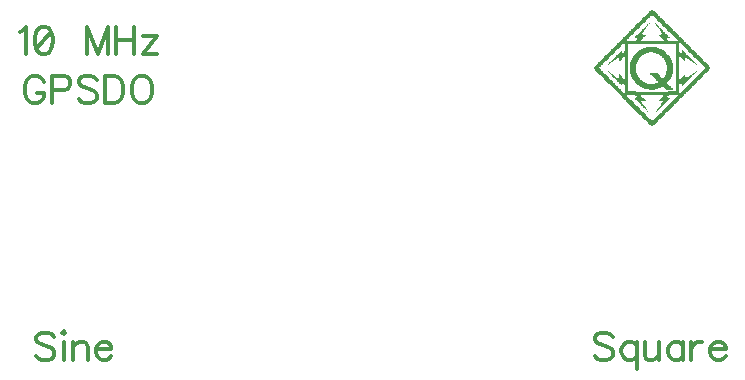
<source format=gto>
G04 DipTrace 4.3.0.4*
G04 GPSDO front v1.01.GTO*
%MOIN*%
G04 #@! TF.FileFunction,Legend,Top*
G04 #@! TF.Part,Single*
%ADD28C,0.013895*%
%FSLAX26Y26*%
G04*
G70*
G90*
G75*
G01*
G04 TopSilk*
%LPD*%
G36*
X2751036Y1623495D2*
Y1600702D1*
X2749655Y1600011D1*
X2748964Y1599321D1*
X2748273Y1597939D1*
Y1597248D1*
X2746892Y1595867D1*
X2745280Y1595176D1*
X2743669D1*
X2742057Y1595867D1*
Y1603465D1*
X2740676Y1604155D1*
X2739294Y1603465D1*
Y1602083D1*
X2738604Y1601393D1*
X2737222Y1600702D1*
X2736531Y1600011D1*
X2736304Y1599173D1*
X2735841Y1598630D1*
X2733769Y1597939D1*
X2733078Y1596558D1*
X2731006Y1595176D1*
X2730315Y1593795D1*
X2730088Y1592957D1*
X2729624Y1592414D1*
X2728243Y1591723D1*
X2728016Y1590885D1*
X2727552Y1590341D1*
X2724790Y1588960D1*
X2722027Y1586197D1*
Y1584816D1*
X2721336Y1584125D1*
X2719955Y1583434D1*
X2719264Y1582744D1*
X2719037Y1581906D1*
X2718573Y1581362D1*
X2716501Y1580672D1*
X2715810Y1579290D1*
X2713738Y1577909D1*
X2713048Y1576527D1*
X2712821Y1575689D1*
X2712357Y1575146D1*
X2710975Y1574455D1*
X2710748Y1573617D1*
X2710285Y1573074D1*
X2707522Y1571692D1*
X2704759Y1568930D1*
Y1567548D1*
X2704068Y1566858D1*
X2702687Y1566167D1*
X2701996Y1565476D1*
X2701769Y1564638D1*
X2701306Y1564095D1*
X2699234Y1563404D1*
X2698888Y1562713D1*
X2698481Y1561991D1*
X2697847Y1561330D1*
X2696471Y1559950D1*
Y1557878D1*
X2693708Y1557188D1*
Y1555116D1*
X2695780D1*
Y1556497D1*
X2696471Y1557188D1*
X2698543Y1557878D1*
X2700615Y1559260D1*
X2704068Y1561332D1*
Y1562713D1*
X2705450Y1563404D1*
X2707522Y1564095D1*
Y1565476D1*
X2710285Y1566167D1*
X2715810Y1570311D1*
Y1571692D1*
X2718573Y1572383D1*
X2719264Y1573074D1*
X2719398Y1573563D1*
X2719955Y1574455D1*
X2722027Y1575146D1*
X2723408Y1575837D1*
Y1576527D1*
X2724790Y1577909D1*
X2727552Y1578599D1*
Y1579981D1*
X2728704Y1580672D1*
X2729855D1*
X2731006Y1579981D1*
Y1566167D1*
X2733078D1*
X2733769Y1567548D1*
X2736531Y1569620D1*
X2742057Y1575146D1*
Y1576527D1*
X2742748Y1577218D1*
X2744820Y1577909D1*
X2745511Y1579290D1*
X2747583Y1580672D1*
X2748273Y1581362D1*
X2748789Y1581806D1*
X2749147Y1581766D1*
X2749655Y1581362D1*
X2751036Y1580672D1*
Y1508838D1*
X2750346Y1508148D1*
Y1506766D1*
X2749503Y1506046D1*
X2748703Y1506134D1*
X2748048Y1506934D1*
X2748273Y1507457D1*
X2744129Y1511601D1*
X2742057Y1512983D1*
X2740676Y1514364D1*
X2739294Y1516436D1*
X2735841Y1519890D1*
X2733769Y1520580D1*
X2733078Y1521271D1*
Y1522653D1*
X2731006D1*
Y1509529D1*
X2730315Y1508838D1*
X2729394Y1508148D1*
X2728473D1*
X2727552Y1508838D1*
Y1509529D1*
X2726171Y1510911D1*
X2724099Y1511601D1*
X2722717Y1512292D1*
X2721898Y1513068D1*
X2722027Y1513673D1*
X2719264Y1515055D1*
X2718573Y1515745D1*
Y1517127D1*
X2715810Y1518508D1*
X2715120Y1519199D1*
X2710975Y1521271D1*
X2710156Y1522048D1*
X2710285Y1522653D1*
X2707522Y1523343D1*
Y1524725D1*
X2706831Y1525415D1*
X2704759Y1526106D1*
X2703940Y1526883D1*
X2704068Y1527487D1*
X2703378Y1528178D1*
X2699234Y1530250D1*
X2695089Y1534394D1*
X2693708D1*
X2693017Y1533013D1*
X2695089Y1530941D1*
X2695765Y1530216D1*
X2696334Y1529354D1*
X2696471Y1528869D1*
X2697852Y1528178D1*
X2699234Y1526797D1*
Y1526106D1*
X2701306Y1525415D1*
X2701996Y1524725D1*
Y1523343D1*
X2703378Y1522653D1*
X2704759Y1521271D1*
Y1520580D1*
X2706141Y1519890D1*
X2707522Y1518508D1*
Y1517818D1*
X2710285Y1515745D1*
X2710841Y1514854D1*
X2710975Y1514364D1*
X2712357Y1513673D1*
X2713738Y1512292D1*
Y1511601D1*
X2715120Y1510911D1*
X2716501Y1509529D1*
Y1508838D1*
X2718573Y1508148D1*
X2719264Y1507457D1*
Y1506076D1*
X2720645Y1505385D1*
X2722027Y1504004D1*
Y1503313D1*
X2723408Y1502622D1*
X2724790Y1501241D1*
Y1500550D1*
X2727552Y1498478D1*
X2728109Y1497586D1*
X2728243Y1497096D1*
X2729624Y1496406D1*
X2731006Y1495024D1*
Y1494334D1*
X2732387Y1493643D1*
X2733769Y1492262D1*
Y1491571D1*
X2735841Y1490880D1*
X2736531Y1490189D1*
Y1488808D1*
X2737913Y1488117D1*
X2739294Y1486736D1*
Y1486045D1*
X2740676Y1485355D1*
X2741366D1*
X2742057Y1486045D1*
Y1493643D1*
X2743208Y1494334D1*
X2744359D1*
X2745511Y1493643D1*
Y1492952D1*
X2748273Y1490880D1*
X2748964Y1490189D1*
Y1488808D1*
X2751036Y1488117D1*
Y1460489D1*
X2749885Y1459799D1*
X2748734D1*
X2747583Y1460489D1*
Y1461871D1*
X2745511Y1462561D1*
X2744820Y1463252D1*
Y1464633D1*
X2744129Y1465324D1*
X2741366Y1466015D1*
Y1468087D1*
X2739294Y1468778D1*
X2738604Y1469468D1*
Y1470850D1*
X2735841Y1471540D1*
Y1473613D1*
X2733769Y1474303D1*
X2732950Y1475080D1*
X2733078Y1475685D1*
X2732387Y1476375D1*
X2731006Y1477066D1*
X2730315Y1477757D1*
Y1479138D1*
X2727552Y1479829D1*
Y1481901D1*
X2726862Y1482592D1*
X2724790Y1483282D1*
X2724099Y1483973D1*
Y1485355D1*
X2721336Y1486045D1*
Y1487427D1*
X2720645Y1488117D1*
X2719264Y1488808D1*
X2718573Y1489499D1*
Y1490880D1*
X2716501Y1491571D1*
X2715810Y1492262D1*
Y1493643D1*
X2713738Y1494334D1*
X2712919Y1495110D1*
X2713048Y1495715D1*
X2712357Y1496406D1*
X2710975Y1497096D1*
X2710285Y1497787D1*
Y1499169D1*
X2709594Y1499859D1*
X2707522Y1500550D1*
X2706703Y1501326D1*
X2706831Y1501931D1*
X2706141Y1502622D1*
X2704759Y1503313D1*
X2704068Y1504004D1*
Y1505385D1*
X2701306Y1506076D1*
Y1508148D1*
X2699234Y1508838D1*
X2698543Y1509529D1*
Y1510911D1*
X2696471Y1511601D1*
X2695652Y1512378D1*
X2695780Y1512983D1*
X2695089Y1513673D1*
X2693708Y1514364D1*
X2693017Y1515055D1*
Y1516436D1*
X2692326Y1517127D1*
X2689564Y1517818D1*
Y1519199D1*
X2688873Y1519890D1*
X2687492Y1520580D1*
X2686801Y1521271D1*
Y1522653D1*
X2684729Y1523343D1*
X2684038Y1524034D1*
Y1525415D1*
X2681275Y1526106D1*
Y1527487D1*
X2680585Y1528178D1*
X2679203Y1528869D1*
X2678512Y1529560D1*
Y1530941D1*
X2676440Y1531632D1*
X2675750Y1532322D1*
Y1533704D1*
X2675059Y1534394D1*
X2672987Y1535085D1*
X2672296Y1535776D1*
Y1537157D1*
X2669533Y1537848D1*
Y1539920D1*
X2667461Y1540611D1*
X2666770Y1541301D1*
Y1542683D1*
X2664698Y1543374D1*
X2664008Y1544064D1*
Y1545446D1*
X2664698Y1546136D1*
X2666770Y1546827D1*
Y1548209D1*
X2667461Y1548899D1*
X2669533Y1549590D1*
Y1550971D1*
X2670224Y1551662D1*
X2672296Y1552353D1*
Y1553734D1*
X2672987Y1554425D1*
X2675059Y1555116D1*
X2678512Y1558569D1*
Y1559950D1*
X2679203Y1560641D1*
X2681275Y1561332D1*
Y1562713D1*
X2681966Y1563404D1*
X2684038Y1564095D1*
Y1565476D1*
X2684729Y1566167D1*
X2686801Y1566858D1*
Y1568239D1*
X2687492Y1568930D1*
X2689564Y1569620D1*
Y1571002D1*
X2690254Y1571692D1*
X2692326Y1572383D1*
X2695780Y1575837D1*
Y1577218D1*
X2696471Y1577909D1*
X2698543Y1578599D1*
Y1579981D1*
X2699234Y1580672D1*
X2701306Y1581362D1*
Y1582744D1*
X2701996Y1583434D1*
X2704068Y1584125D1*
Y1585506D1*
X2704759Y1586197D1*
X2706831Y1586888D1*
Y1588269D1*
X2707522Y1588960D1*
X2709594Y1589651D1*
X2713048Y1593104D1*
Y1594486D1*
X2713738Y1595176D1*
X2715810Y1595867D1*
Y1597248D1*
X2716501Y1597939D1*
X2718573Y1598630D1*
Y1600011D1*
X2719264Y1600702D1*
X2721336Y1601393D1*
Y1602774D1*
X2722027Y1603465D1*
X2724099Y1604155D1*
Y1605537D1*
X2724790Y1606228D1*
X2726862Y1606918D1*
X2730315Y1610372D1*
Y1611753D1*
X2731006Y1612444D1*
X2733078Y1613135D1*
Y1614516D1*
X2733769Y1615207D1*
X2735841Y1615897D1*
Y1617279D1*
X2736531Y1617970D1*
X2738604Y1618660D1*
Y1620042D1*
X2739294Y1620732D1*
X2741366Y1621423D1*
Y1622804D1*
X2742057Y1623495D1*
X2744129Y1624186D1*
X2747583Y1627639D1*
Y1629021D1*
X2728243D1*
Y1626949D1*
X2725480Y1626258D1*
Y1624877D1*
X2724790Y1624186D1*
X2722717Y1623495D1*
Y1622114D1*
X2722027Y1621423D1*
X2719955Y1620732D1*
Y1618660D1*
X2719264Y1617970D1*
X2716501Y1617279D1*
Y1615897D1*
X2715810Y1615207D1*
X2713738Y1614516D1*
Y1613135D1*
X2713048Y1612444D1*
X2710975Y1611753D1*
Y1609681D1*
X2708213Y1608990D1*
Y1607609D1*
X2707522Y1606918D1*
X2705450Y1606228D1*
Y1604846D1*
X2704759Y1604155D1*
X2702687Y1603465D1*
Y1601393D1*
X2701996Y1600702D1*
X2699234Y1600011D1*
Y1598630D1*
X2698543Y1597939D1*
X2696471Y1597248D1*
Y1595867D1*
X2695780Y1595176D1*
X2693708Y1594486D1*
Y1592414D1*
X2690945Y1591723D1*
Y1590341D1*
X2690254Y1589651D1*
X2688182Y1588960D1*
Y1587579D1*
X2687492Y1586888D1*
X2685419Y1586197D1*
Y1584125D1*
X2684729Y1583434D1*
X2681966Y1582744D1*
Y1581362D1*
X2681275Y1580672D1*
X2679203Y1579981D1*
Y1578599D1*
X2678512Y1577909D1*
X2676440Y1577218D1*
Y1575146D1*
X2673678Y1574455D1*
Y1573074D1*
X2672987Y1572383D1*
X2670915Y1571692D1*
Y1570311D1*
X2670224Y1569620D1*
X2668152Y1568930D1*
Y1566858D1*
X2667461Y1566167D1*
X2665389Y1565476D1*
X2664698Y1564785D1*
X2664471Y1563947D1*
X2664008Y1563404D1*
X2661936Y1562713D1*
Y1561332D1*
X2661245Y1560641D1*
X2659173Y1559950D1*
Y1557878D1*
X2656410Y1557188D1*
Y1555806D1*
X2655719Y1555116D1*
X2653647Y1554425D1*
Y1553043D1*
X2652956Y1552353D1*
X2650884Y1551662D1*
Y1549590D1*
X2650194Y1548899D1*
X2647431Y1548209D1*
Y1546827D1*
X2646740Y1546136D1*
X2644668Y1545446D1*
Y1544064D1*
X2646740Y1543374D1*
X2647431Y1542683D1*
Y1540611D1*
X2650194Y1539229D1*
X2650750Y1538338D1*
X2650884Y1537848D1*
X2661936Y1526797D1*
X2664698Y1525415D1*
Y1523343D1*
X2667461Y1521962D1*
X2668018Y1521070D1*
X2668152Y1520580D1*
X2670224Y1519199D1*
X2670780Y1518307D1*
X2670915Y1517818D1*
X2679203Y1509529D1*
X2681966Y1508148D1*
Y1506076D1*
X2684729Y1504694D1*
X2685285Y1503802D1*
X2685419Y1503313D1*
X2696471Y1492262D1*
X2699234Y1490880D1*
Y1488808D1*
X2701996Y1487427D1*
X2702553Y1486535D1*
X2702687Y1486045D1*
X2713738Y1474994D1*
X2716501Y1473613D1*
Y1471540D1*
X2719264Y1470159D1*
X2719820Y1469267D1*
X2719955Y1468778D1*
X2722027Y1467396D1*
X2722583Y1466504D1*
X2722717Y1466015D1*
X2728243Y1460489D1*
X2729624Y1459799D1*
X2932000D1*
Y1461871D1*
X2931310Y1462561D1*
Y1488117D1*
X2932000Y1488808D1*
Y1490189D1*
X2932691Y1490880D1*
X2934763Y1491571D1*
Y1492262D1*
X2936145Y1493643D1*
X2938217Y1494334D1*
X2938733Y1494777D1*
X2939091Y1494737D1*
X2939598Y1494334D1*
X2940980Y1492952D1*
Y1486045D1*
X2941670Y1485355D1*
X2942361D1*
X2943742Y1486045D1*
X2946505Y1488808D1*
Y1490189D1*
X2947196Y1490880D1*
X2948577Y1491571D1*
X2949268Y1492262D1*
X2949402Y1492751D1*
X2949959Y1493643D1*
X2952031Y1494334D1*
X2952722Y1495715D1*
X2954794Y1497096D1*
X2955484Y1498478D1*
X2955619Y1498968D1*
X2956175Y1499859D1*
X2957556Y1500550D1*
X2957691Y1501040D1*
X2958247Y1501931D1*
X2961010Y1503313D1*
X2963773Y1506076D1*
Y1507457D1*
X2964464Y1508148D1*
X2965845Y1508838D1*
X2966536Y1509529D1*
X2966670Y1510019D1*
X2967226Y1510911D1*
X2969298Y1511601D1*
X2969989Y1512983D1*
X2972061Y1514364D1*
X2972752Y1515745D1*
X2972886Y1516235D1*
X2973443Y1517127D1*
X2974824Y1517818D1*
X2974958Y1518307D1*
X2975515Y1519199D1*
X2978278Y1520580D1*
X2981040Y1523343D1*
Y1524725D1*
X2981731Y1525415D1*
X2983113Y1526106D1*
X2983803Y1526797D1*
X2983937Y1527286D1*
X2984494Y1528178D1*
X2986566Y1528869D1*
X2986911Y1529560D1*
X2987288Y1530189D1*
X2987954Y1530926D1*
X2989329Y1532322D1*
Y1533704D1*
X2990020Y1534394D1*
X2992092Y1535085D1*
Y1536467D1*
X2991401Y1537157D1*
X2990710D1*
X2990020Y1536467D1*
Y1535085D1*
X2987257Y1534394D1*
Y1532322D1*
X2984494Y1531632D1*
X2982422Y1529560D1*
X2981040Y1528869D1*
X2978968Y1528178D1*
Y1526797D1*
X2977587Y1526106D1*
X2975515Y1525415D1*
Y1524034D1*
X2974824Y1523343D1*
X2972752Y1522653D1*
X2970680Y1520580D1*
X2969298Y1519890D1*
X2967226Y1519199D1*
Y1517818D1*
X2964464Y1517127D1*
X2963773Y1515745D1*
X2961701Y1514364D1*
X2958938Y1512983D1*
X2958711Y1512145D1*
X2958247Y1511601D1*
X2956175Y1510911D1*
X2954103Y1508838D1*
X2953371Y1508088D1*
X2953013Y1508200D1*
X2952722Y1508838D1*
X2952031Y1521962D1*
X2951340Y1522653D1*
X2949959D1*
X2949268Y1521962D1*
X2946505Y1519890D1*
X2943742Y1517127D1*
Y1515745D1*
X2943052Y1515055D1*
X2940980Y1514364D1*
X2940289Y1512983D1*
X2938217Y1511601D1*
X2937526Y1510220D1*
X2935454Y1508838D1*
X2934763Y1507457D1*
Y1506766D1*
X2933842Y1506076D1*
X2932921D1*
X2932000Y1506766D1*
Y1508838D1*
X2931310Y1509529D1*
Y1579981D1*
X2932000Y1580672D1*
X2932691Y1582744D1*
X2933207Y1583187D1*
X2933565Y1583147D1*
X2934073Y1582744D1*
X2935454Y1580672D1*
X2936835Y1579981D1*
X2938217Y1578599D1*
Y1577909D1*
X2939598Y1577218D1*
X2940155Y1576326D1*
X2940289Y1575837D1*
X2941670Y1574455D1*
X2943052Y1573765D1*
X2943608Y1572873D1*
X2943742Y1572383D1*
X2945124Y1571692D1*
X2946505Y1570311D1*
Y1569620D1*
X2949959Y1566167D1*
X2951340D1*
X2952031Y1567548D1*
Y1579981D1*
X2953182Y1580672D1*
X2954333D1*
X2955484Y1579981D1*
Y1578599D1*
X2958247Y1577218D1*
X2958804Y1576326D1*
X2958938Y1575837D1*
X2961010Y1575146D1*
X2962391Y1574455D1*
X2963773Y1573074D1*
Y1572383D1*
X2966536Y1571002D1*
X2967092Y1570110D1*
X2967226Y1569620D1*
X2969989Y1568239D1*
X2970546Y1567347D1*
X2970680Y1566858D1*
X2972752Y1566167D1*
X2974133Y1565476D1*
X2976205Y1563404D1*
X2978278Y1562713D1*
X2978834Y1561822D1*
X2978968Y1561332D1*
X2981040Y1560641D1*
X2982422Y1559260D1*
Y1558569D1*
X2983803Y1557878D1*
X2985875Y1557188D1*
X2987257Y1556497D1*
Y1555116D1*
X2990020Y1554425D1*
Y1553043D1*
X2990710Y1552353D1*
X2992092D1*
Y1554425D1*
X2989329Y1555116D1*
Y1557188D1*
X2987257Y1557878D1*
X2986566Y1558569D1*
Y1559950D1*
X2974824Y1571692D1*
X2972752Y1573074D1*
X2971933Y1573850D1*
X2972061Y1574455D1*
X2960319Y1586197D1*
X2958247Y1587579D1*
X2957428Y1588355D1*
X2957556Y1588960D1*
X2955484Y1590341D1*
X2954665Y1591118D1*
X2954794Y1591723D1*
X2952722Y1593104D1*
X2951902Y1593881D1*
X2952031Y1594486D1*
X2943052Y1603465D1*
X2940980D1*
Y1596558D1*
X2939598Y1595176D1*
X2938866Y1594426D1*
X2938508Y1594538D1*
X2938217Y1595176D1*
X2935454Y1596558D1*
X2934635Y1597334D1*
X2934763Y1597939D1*
X2932691Y1598630D1*
X2932000Y1599321D1*
Y1600702D1*
X2931310Y1601393D1*
Y1626258D1*
X2932000Y1626949D1*
Y1629021D1*
X2933152Y1629711D1*
X2934303D1*
X2935454Y1629021D1*
Y1626949D1*
X2937526Y1626258D1*
X2938217Y1625567D1*
Y1624186D1*
X2940980Y1623495D1*
Y1621423D1*
X2943742Y1620732D1*
Y1619351D1*
X2950649Y1612444D1*
X2952722Y1611753D1*
Y1609681D1*
X2954794Y1608990D1*
X2955484Y1608300D1*
Y1606918D1*
X2958247Y1606228D1*
Y1604155D1*
X2961010Y1603465D1*
Y1602083D1*
X2967917Y1595176D1*
X2969989Y1594486D1*
Y1592414D1*
X2972752Y1591723D1*
Y1589651D1*
X2975515Y1588960D1*
Y1586888D1*
X2978278Y1586197D1*
Y1584816D1*
X2985185Y1577909D1*
X2987257Y1577218D1*
Y1575146D1*
X2989329Y1574455D1*
X2990020Y1573765D1*
Y1572383D1*
X2992782Y1571692D1*
Y1569620D1*
X2995545Y1568930D1*
Y1567548D1*
X3002452Y1560641D1*
X3004524Y1559950D1*
Y1557878D1*
X3007287Y1557188D1*
Y1555116D1*
X3009359Y1554425D1*
X3010050Y1553734D1*
Y1552353D1*
X3012813Y1551662D1*
Y1550281D1*
X3014885Y1548209D1*
X3015560Y1547484D1*
X3016130Y1546621D1*
X3016266Y1546136D1*
X3018338Y1545446D1*
Y1544064D1*
X3016957Y1543374D1*
X3016266Y1542683D1*
Y1541301D1*
X3015576Y1540611D1*
X3013503Y1539920D1*
Y1538539D1*
X3012813Y1537848D1*
X3010741Y1537157D1*
X3007287Y1533704D1*
Y1532322D1*
X3006596Y1531632D1*
X3004524Y1530941D1*
Y1529560D1*
X3003834Y1528869D1*
X3001762Y1528178D1*
Y1526797D1*
X3001071Y1526106D1*
X2998999Y1525415D1*
Y1524034D1*
X2998308Y1523343D1*
X2996236Y1522653D1*
Y1521271D1*
X2995545Y1520580D1*
X2993473Y1519890D1*
X2990020Y1516436D1*
Y1515055D1*
X2989329Y1514364D1*
X2987257Y1513673D1*
Y1512292D1*
X2986566Y1511601D1*
X2984494Y1510911D1*
Y1509529D1*
X2983803Y1508838D1*
X2981731Y1508148D1*
Y1506766D1*
X2981040Y1506076D1*
X2978968Y1505385D1*
Y1504004D1*
X2978278Y1503313D1*
X2976205Y1502622D1*
X2972752Y1499169D1*
Y1497787D1*
X2972061Y1497096D1*
X2969989Y1496406D1*
Y1495024D1*
X2969298Y1494334D1*
X2967226Y1493643D1*
Y1492262D1*
X2966536Y1491571D1*
X2964464Y1490880D1*
Y1489499D1*
X2963773Y1488808D1*
X2961701Y1488117D1*
Y1486736D1*
X2961010Y1486045D1*
X2958938Y1485355D1*
X2955484Y1481901D1*
Y1480520D1*
X2954794Y1479829D1*
X2952722Y1479138D1*
Y1477757D1*
X2952031Y1477066D1*
X2949959Y1476375D1*
Y1474994D1*
X2949268Y1474303D1*
X2947196Y1473613D1*
Y1472231D1*
X2946505Y1471540D1*
X2944433Y1470850D1*
Y1469468D1*
X2943742Y1468778D1*
X2941670Y1468087D1*
X2938217Y1464633D1*
Y1463252D1*
X2937526Y1462561D1*
X2935454Y1461871D1*
Y1460489D1*
X2934763Y1459799D1*
X2933842Y1459108D1*
X2932921D1*
X2932000Y1459799D1*
X2729624D1*
X2731006Y1457726D1*
X2733769Y1456345D1*
Y1454273D1*
X2736531Y1453582D1*
X2756562D1*
X2766232Y1454273D1*
X2775902D1*
X2785571Y1453582D1*
Y1452201D1*
X2786953Y1451510D1*
X2789025Y1450129D1*
X2789581Y1449237D1*
X2789716Y1448747D1*
X2791097Y1448057D1*
Y1445984D1*
X2782809Y1445294D1*
X2782118Y1444603D1*
Y1443912D1*
X2782809Y1442531D1*
X2784190Y1441840D1*
X2784746Y1440948D1*
X2784881Y1440459D1*
X2785571Y1439768D1*
X2787644Y1439077D1*
X2788334Y1438387D1*
Y1437005D1*
X2789716Y1436315D1*
X2791097Y1434933D1*
Y1434243D1*
X2792478Y1433552D1*
X2793860Y1432170D1*
Y1431480D1*
X2796623Y1429408D1*
X2797179Y1428516D1*
X2797313Y1428026D1*
X2798695Y1427335D1*
X2799251Y1426444D1*
X2799385Y1425954D1*
X2800076Y1425263D1*
X2801458Y1424573D1*
X2802839Y1423191D1*
Y1422501D1*
X2804911Y1421810D1*
X2805602Y1421119D1*
Y1419738D1*
X2806983Y1419047D1*
X2808365Y1417666D1*
Y1416975D1*
X2809746Y1416284D1*
X2811127Y1414903D1*
Y1414212D1*
X2813890Y1412140D1*
X2814447Y1411248D1*
X2814581Y1410759D1*
X2815962Y1410068D1*
X2817344Y1408686D1*
Y1407996D1*
X2818725Y1407305D1*
X2820107Y1405924D1*
Y1405233D1*
X2822179Y1404542D1*
X2822869Y1403852D1*
Y1402470D1*
X2824251Y1401779D1*
X2825632Y1400398D1*
Y1399707D1*
X2828395Y1397635D1*
X2829776Y1396254D1*
X2831158Y1396945D1*
Y1398326D1*
X2825632Y1403852D1*
Y1404542D1*
X2824941Y1406614D1*
X2824251Y1407305D1*
X2822869Y1407996D1*
X2822179Y1408686D1*
Y1410068D1*
X2819416Y1411449D1*
Y1413521D1*
X2818034Y1414212D1*
X2817215Y1414989D1*
X2817344Y1415594D1*
X2815962Y1418356D1*
X2814581Y1419047D1*
X2813890Y1419738D1*
Y1421810D1*
X2811818Y1422501D1*
X2811127Y1423191D1*
Y1424573D1*
X2810437Y1425263D1*
X2809055Y1425954D1*
X2808236Y1426731D1*
X2808365Y1427335D1*
X2807674Y1429408D1*
X2806293Y1430789D1*
X2804911Y1431480D1*
Y1432861D1*
X2805602Y1433552D1*
X2819416Y1434243D1*
Y1436315D1*
X2817344Y1437005D1*
X2816653Y1437696D1*
Y1439077D1*
X2813200Y1442531D1*
X2811127Y1443912D1*
X2809746Y1445294D1*
X2808365Y1447366D1*
X2804220Y1451510D1*
X2802839Y1452201D1*
Y1452891D1*
X2804911Y1453582D1*
X2829316Y1454273D1*
X2853721D1*
X2878126Y1453582D1*
X2878682Y1452690D1*
X2878816Y1452201D1*
X2874672Y1448057D1*
Y1446675D1*
X2873981Y1445984D1*
X2871909Y1445294D1*
X2871219Y1443912D1*
X2869146Y1442531D1*
X2868456Y1441150D1*
X2866384Y1439768D1*
X2865693Y1438387D1*
X2862930Y1436315D1*
Y1434243D1*
X2877435Y1433552D1*
Y1431480D1*
X2876054Y1430789D1*
X2875363Y1430098D1*
X2871909Y1425263D1*
Y1423882D1*
X2871219Y1423191D1*
X2869837Y1422501D1*
X2869146Y1421810D1*
Y1419738D1*
X2867074Y1419047D1*
X2866384Y1417666D1*
X2862930Y1413521D1*
Y1411449D1*
X2860858Y1410759D1*
X2860167Y1408686D1*
X2858095Y1407305D1*
X2857405Y1405233D1*
X2857059Y1404542D1*
X2856652Y1403820D1*
X2856018Y1403159D1*
X2854642Y1401779D1*
Y1399707D1*
X2851879Y1399017D1*
Y1396945D1*
X2849807Y1396254D1*
Y1393491D1*
X2851188Y1394182D1*
Y1395563D1*
X2851879Y1396254D1*
X2853951Y1396945D1*
X2854085Y1397434D1*
X2854642Y1398326D1*
X2857405Y1399707D1*
X2860167Y1402470D1*
Y1403852D1*
X2860858Y1404542D1*
X2862239Y1405233D1*
X2862930Y1405924D1*
X2863064Y1406413D1*
X2863621Y1407305D1*
X2865693Y1407996D1*
X2866384Y1409377D1*
X2868456Y1410759D1*
X2869146Y1412140D1*
X2869281Y1412630D1*
X2869837Y1413521D1*
X2871219Y1414212D1*
X2871353Y1414702D1*
X2871909Y1415594D1*
X2874672Y1416975D1*
X2877435Y1419738D1*
Y1421119D1*
X2878126Y1421810D1*
X2879507Y1422501D1*
X2880198Y1423191D1*
X2880332Y1423681D1*
X2880888Y1424573D1*
X2882961Y1425263D1*
X2883651Y1426645D1*
X2885723Y1428026D1*
X2886414Y1429408D1*
X2886548Y1429897D1*
X2887105Y1430789D1*
X2888486Y1431480D1*
X2888620Y1431969D1*
X2889177Y1432861D1*
X2891940Y1434243D1*
X2894703Y1437005D1*
Y1438387D1*
X2895393Y1439077D1*
X2896775Y1439768D1*
X2897465Y1440459D1*
X2897600Y1440948D1*
X2898156Y1441840D1*
X2900228Y1442531D1*
X2900919Y1443912D1*
Y1444603D1*
X2900228Y1445294D1*
X2891940Y1445984D1*
Y1449438D1*
X2893321Y1450819D1*
X2896084Y1452201D1*
X2897465Y1453582D1*
X2907135Y1454273D1*
X2916805D1*
X2926475Y1453582D1*
Y1451510D1*
X2924403Y1450819D1*
X2920949Y1447366D1*
Y1445984D1*
X2920259Y1445294D1*
X2918186Y1444603D1*
Y1443222D1*
X2917496Y1442531D1*
X2915424Y1441840D1*
Y1440459D1*
X2914733Y1439768D1*
X2912661Y1439077D1*
Y1437696D1*
X2911970Y1437005D1*
X2909898Y1436315D1*
Y1434933D1*
X2909207Y1434243D1*
X2907135Y1433552D1*
X2903682Y1430098D1*
Y1428717D1*
X2902991Y1428026D1*
X2900919Y1427335D1*
Y1425954D1*
X2900228Y1425263D1*
X2898156Y1424573D1*
Y1423191D1*
X2897465Y1422501D1*
X2895393Y1421810D1*
Y1420428D1*
X2894703Y1419738D1*
X2892630Y1419047D1*
Y1417666D1*
X2891940Y1416975D1*
X2889868Y1416284D1*
X2886414Y1412831D1*
Y1411449D1*
X2885723Y1410759D1*
X2883651Y1410068D1*
Y1408686D1*
X2882961Y1407996D1*
X2880888Y1407305D1*
Y1405924D1*
X2880198Y1405233D1*
X2878126Y1404542D1*
Y1403161D1*
X2877435Y1402470D1*
X2875363Y1401779D1*
Y1400398D1*
X2874672Y1399707D1*
X2872600Y1399017D1*
X2869146Y1395563D1*
Y1394182D1*
X2868456Y1393491D1*
X2866384Y1392800D1*
Y1391419D1*
X2865693Y1390728D1*
X2863621Y1390038D1*
Y1388656D1*
X2862930Y1387965D1*
X2860858Y1387275D1*
Y1385893D1*
X2860167Y1385203D1*
X2858095Y1384512D1*
Y1383130D1*
X2857405Y1382440D1*
X2855332Y1381749D1*
X2851879Y1378296D1*
Y1376914D1*
X2851188Y1376223D1*
X2849116Y1375533D1*
Y1374151D1*
X2848425Y1373461D1*
X2846353Y1372770D1*
Y1371389D1*
X2845663Y1370698D1*
X2843590Y1370007D1*
Y1368626D1*
X2842900Y1367935D1*
X2841979Y1367244D1*
X2841058D1*
X2840137Y1367935D1*
X2839446Y1368626D1*
Y1370007D1*
X2837374Y1370698D1*
X2836683Y1371389D1*
Y1372770D1*
X2834611Y1373461D1*
X2833792Y1374237D1*
X2833921Y1374842D1*
X2833230Y1375533D1*
X2831849Y1376223D1*
X2831158Y1376914D1*
Y1378296D1*
X2830467Y1378986D1*
X2827704Y1379677D1*
Y1381749D1*
X2825632Y1382440D1*
X2824941Y1383130D1*
Y1384512D1*
X2822179Y1385203D1*
Y1387275D1*
X2819416Y1387965D1*
Y1389347D1*
X2818725Y1390038D1*
X2817344Y1390728D1*
X2816653Y1391419D1*
Y1392800D1*
X2814581Y1393491D1*
X2813890Y1394182D1*
Y1395563D1*
X2813200Y1396254D1*
X2811127Y1396945D1*
X2810437Y1397635D1*
Y1399017D1*
X2807674Y1399707D1*
Y1401779D1*
X2805602Y1402470D1*
X2804911Y1403161D1*
Y1404542D1*
X2802839Y1405233D1*
X2802148Y1405924D1*
Y1407305D1*
X2800076Y1407996D1*
X2799257Y1408772D1*
X2799385Y1409377D1*
X2798695Y1410068D1*
X2797313Y1410759D1*
X2796623Y1411449D1*
Y1412831D1*
X2795932Y1413521D1*
X2793169Y1414212D1*
Y1416284D1*
X2791097Y1416975D1*
X2790406Y1417666D1*
Y1419047D1*
X2787644Y1419738D1*
Y1421810D1*
X2784881Y1422501D1*
Y1424573D1*
X2782809Y1425263D1*
X2782118Y1425954D1*
Y1427335D1*
X2779355Y1428026D1*
Y1430098D1*
X2778664Y1430789D1*
X2776592Y1431480D1*
X2775902Y1432170D1*
Y1433552D1*
X2773829Y1434243D1*
X2773139Y1434933D1*
Y1436315D1*
X2771067Y1437005D1*
X2770376Y1437696D1*
Y1439077D1*
X2768304Y1439768D1*
X2767613Y1440459D1*
Y1441840D1*
X2765541Y1442531D1*
X2764850Y1443222D1*
Y1444603D1*
X2762778Y1445294D1*
X2762088Y1445984D1*
Y1447366D1*
X2761397Y1448057D1*
X2759325Y1448747D1*
X2758634Y1449438D1*
Y1450819D1*
X2756562Y1451510D1*
Y1453582D1*
X2736531D1*
Y1452891D1*
X2737222Y1451510D1*
X2739294Y1450129D1*
X2739851Y1449237D1*
X2739985Y1448747D1*
X2748964Y1439768D1*
X2751036Y1439077D1*
Y1437005D1*
X2753799Y1436315D1*
Y1434933D1*
X2765541Y1423191D1*
X2768304Y1421810D1*
Y1419738D1*
X2771067Y1418356D1*
X2771623Y1417465D1*
X2771757Y1416975D1*
X2783499Y1405233D1*
X2785571Y1404542D1*
Y1402470D1*
X2788334Y1401779D1*
Y1400398D1*
X2800076Y1388656D1*
X2802839Y1387275D1*
Y1385203D1*
X2805602Y1383821D1*
X2806158Y1382929D1*
X2806293Y1382440D1*
X2808365Y1381058D1*
X2808921Y1380167D1*
X2809055Y1379677D1*
X2817344Y1371389D1*
X2820107Y1370007D1*
Y1367935D1*
X2822869Y1366554D1*
X2823426Y1365662D1*
X2823560Y1365172D1*
X2825632Y1363791D1*
X2826189Y1362899D1*
X2826323Y1362409D1*
X2834611Y1354121D1*
X2837374Y1352740D1*
Y1350667D1*
X2840137Y1349977D1*
X2840828Y1349286D1*
Y1347905D1*
X2842209D1*
Y1349286D1*
X2842900Y1349977D1*
X2844972Y1350667D1*
Y1352740D1*
X2845663Y1353430D1*
X2848425Y1354121D1*
Y1355502D1*
X2849116Y1356193D1*
X2851188Y1356884D1*
Y1358265D1*
X2851879Y1358956D1*
X2853951Y1359647D1*
Y1361719D1*
X2856714Y1362409D1*
Y1363791D1*
X2857405Y1364481D1*
X2859477Y1365172D1*
Y1367244D1*
X2862239Y1367935D1*
Y1370007D1*
X2862930Y1370698D1*
X2865693Y1371389D1*
Y1372770D1*
X2866384Y1373461D1*
X2867765Y1374151D1*
X2868456Y1374842D1*
X2868590Y1375332D1*
X2869146Y1376223D1*
X2871219Y1376914D1*
Y1378986D1*
X2873981Y1379677D1*
Y1381058D1*
X2874672Y1381749D1*
X2876744Y1382440D1*
Y1383821D1*
X2877435Y1384512D1*
X2879507Y1385203D1*
Y1387275D1*
X2880198Y1387965D1*
X2882961Y1388656D1*
Y1390038D1*
X2883651Y1390728D1*
X2885723Y1391419D1*
Y1392800D1*
X2886414Y1393491D1*
X2888486Y1394182D1*
Y1396254D1*
X2891249Y1396945D1*
Y1398326D1*
X2891940Y1399017D1*
X2894012Y1399707D1*
Y1401089D1*
X2894703Y1401779D1*
X2896775Y1402470D1*
Y1404542D1*
X2897465Y1405233D1*
X2900228Y1405924D1*
Y1407305D1*
X2900919Y1407996D1*
X2902991Y1408686D1*
Y1410068D1*
X2903682Y1410759D1*
X2905754Y1411449D1*
Y1413521D1*
X2908517Y1414212D1*
Y1415594D1*
X2909207Y1416284D1*
X2911279Y1416975D1*
Y1418356D1*
X2911970Y1419047D1*
X2914042Y1419738D1*
Y1421810D1*
X2914733Y1422501D1*
X2917496Y1423191D1*
Y1424573D1*
X2918186Y1425263D1*
X2920259Y1425954D1*
Y1427335D1*
X2920949Y1428026D1*
X2923021Y1428717D1*
Y1430789D1*
X2925784Y1431480D1*
Y1433552D1*
X2928547Y1434243D1*
Y1435624D1*
X2929238Y1436315D1*
X2931310Y1437005D1*
Y1439077D1*
X2932000Y1439768D1*
X2934763Y1440459D1*
Y1441840D1*
X2935454Y1442531D1*
X2937526Y1443222D1*
Y1444603D1*
X2938217Y1445294D1*
X2940289Y1445984D1*
Y1448057D1*
X2943052Y1448747D1*
Y1450129D1*
X2943742Y1450819D1*
X2945815Y1451510D1*
Y1452891D1*
X2946505Y1453582D1*
X2948577Y1454273D1*
Y1456345D1*
X2949268Y1457036D1*
X2952031Y1457726D1*
Y1459108D1*
X2952722Y1459799D1*
X2954794Y1460489D1*
Y1461871D1*
X2955484Y1462561D1*
X2957556Y1463252D1*
Y1465324D1*
X2960319Y1466015D1*
Y1467396D1*
X2961010Y1468087D1*
X2963082Y1468778D1*
Y1470159D1*
X2963773Y1470850D1*
X2965845Y1471540D1*
Y1473613D1*
X2966536Y1474303D1*
X2969298Y1474994D1*
Y1476375D1*
X2969989Y1477066D1*
X2972061Y1477757D1*
Y1479138D1*
X2972752Y1479829D1*
X2974824Y1480520D1*
Y1482592D1*
X2977587Y1483282D1*
Y1484664D1*
X2978278Y1485355D1*
X2980350Y1486045D1*
Y1487427D1*
X2981040Y1488117D1*
X2983113Y1488808D1*
Y1490880D1*
X2983803Y1491571D1*
X2986566Y1492262D1*
Y1493643D1*
X2987257Y1494334D1*
X2989329Y1495024D1*
Y1496406D1*
X2990020Y1497096D1*
X2992092Y1497787D1*
Y1499859D1*
X2994854Y1500550D1*
Y1501931D1*
X2995545Y1502622D1*
X2997617Y1503313D1*
Y1505385D1*
X3000380Y1506076D1*
Y1508148D1*
X3001071Y1508838D1*
X3003834Y1509529D1*
Y1510911D1*
X3004524Y1511601D1*
X3005906Y1512292D1*
X3006596Y1512983D1*
X3006731Y1513472D1*
X3007287Y1514364D1*
X3009359Y1515055D1*
Y1517127D1*
X3012122Y1517818D1*
Y1519199D1*
X3012813Y1519890D1*
X3014885Y1520580D1*
Y1521962D1*
X3015576Y1522653D1*
X3017648Y1523343D1*
Y1525415D1*
X3018338Y1526106D1*
X3021101Y1526797D1*
Y1528178D1*
X3021792Y1528869D1*
X3023864Y1529560D1*
Y1530941D1*
X3024555Y1531632D1*
X3026627Y1532322D1*
Y1534394D1*
X3029390Y1535085D1*
Y1536467D1*
X3030080Y1537157D1*
X3032152Y1537848D1*
Y1539229D1*
X3032843Y1539920D1*
X3034915Y1540611D1*
Y1542683D1*
X3035606Y1543374D1*
X3037678Y1544064D1*
Y1545446D1*
X3035606Y1546136D1*
X3034915Y1546827D1*
Y1548209D1*
X3032843Y1548899D1*
X3032152Y1549590D1*
Y1550971D1*
X3031462Y1551662D1*
X3030080Y1552353D1*
X3029261Y1553129D1*
X3029390Y1553734D1*
X3023173Y1559950D1*
X3021792Y1560641D1*
X3021101Y1561332D1*
Y1562713D1*
X3018338Y1563404D1*
X3017648Y1564095D1*
Y1565476D1*
X3015576Y1566167D1*
X3014885Y1566858D1*
Y1568930D1*
X3012122Y1569620D1*
Y1571692D1*
X3009359Y1572383D1*
Y1573765D1*
X3005906Y1577218D1*
X3004524Y1577909D1*
X3003834Y1578599D1*
Y1579981D1*
X3001071Y1580672D1*
X3000380Y1581362D1*
Y1582744D1*
X2998308Y1583434D1*
X2997617Y1584125D1*
Y1585506D1*
X2996927Y1586197D1*
X2995545Y1586888D1*
X2994726Y1587664D1*
X2994854Y1588269D1*
X2991401Y1591723D1*
X2989329Y1592414D1*
Y1594486D1*
X2987257Y1595176D1*
X2986566Y1595867D1*
Y1597248D1*
X2983803Y1597939D1*
X2983113Y1598630D1*
Y1600011D1*
X2981040Y1600702D1*
X2980350Y1601393D1*
Y1602774D1*
X2979659Y1603465D1*
X2978278Y1604155D1*
X2977458Y1604932D1*
X2977587Y1605537D1*
X2971371Y1611753D1*
X2969298Y1612444D1*
Y1614516D1*
X2966536Y1615207D1*
X2965845Y1615897D1*
Y1617279D1*
X2963773Y1617970D1*
X2963082Y1618660D1*
Y1620042D1*
X2962391Y1620732D1*
X2961010Y1621423D1*
X2960319Y1622114D1*
Y1623495D1*
X2957556Y1624186D1*
Y1625567D1*
X2954103Y1629021D1*
X2952722Y1629711D1*
X2952031Y1630402D1*
Y1631784D1*
X2949268Y1632474D1*
X2948577Y1633165D1*
Y1634546D1*
X2946505Y1635237D1*
X2945815Y1635928D1*
Y1637309D1*
X2945124Y1638000D1*
X2943742Y1638691D1*
X2942923Y1639467D1*
X2943052Y1640072D1*
X2939598Y1643526D1*
X2937526Y1644216D1*
Y1646288D1*
X2935454Y1646979D1*
X2934763Y1647670D1*
Y1649051D1*
X2932000Y1649742D1*
X2931310Y1650433D1*
Y1651814D1*
X2929238Y1652505D1*
X2928547Y1653195D1*
Y1654577D1*
X2916805Y1666319D1*
X2914733Y1667009D1*
X2914042Y1667700D1*
Y1669082D1*
X2911970Y1669772D1*
X2911279Y1670463D1*
Y1672535D1*
X2909207Y1673226D1*
X2908517Y1673916D1*
Y1675298D1*
X2905754Y1675989D1*
Y1677370D1*
X2905063Y1678061D1*
X2902991Y1678751D1*
Y1680824D1*
X2900919Y1681514D1*
X2900228Y1682205D1*
Y1683586D1*
X2897465Y1684277D1*
X2896775Y1684968D1*
Y1686349D1*
X2894703Y1687040D1*
X2894012Y1687731D1*
Y1689112D1*
X2893321Y1689803D1*
X2891940Y1690493D1*
X2891121Y1691270D1*
X2891249Y1691875D1*
X2887795Y1695328D1*
X2885723Y1696019D1*
Y1698091D1*
X2883651Y1698782D1*
X2882832Y1699558D1*
X2882961Y1700163D1*
X2882270Y1700854D1*
X2880198Y1701545D1*
X2879507Y1702235D1*
Y1703617D1*
X2877435Y1704307D1*
X2876744Y1704998D1*
Y1707070D1*
X2873981Y1707761D1*
Y1709833D1*
X2871219Y1710524D1*
Y1711905D1*
X2867765Y1715359D1*
X2866384Y1716049D1*
X2865693Y1716740D1*
Y1718121D1*
X2862930Y1718812D1*
X2862239Y1719503D1*
Y1720884D1*
X2860167Y1721575D1*
X2859477Y1722266D1*
Y1723647D1*
X2858786Y1724338D1*
X2857405Y1725029D1*
X2856585Y1725805D1*
X2856714Y1726410D1*
X2850498Y1732626D1*
X2849116Y1733317D1*
X2848425Y1734008D1*
Y1735389D1*
X2845663Y1736080D1*
X2844972Y1736770D1*
Y1738152D1*
X2842900Y1738843D1*
X2842209Y1739533D1*
Y1740915D1*
X2840828D1*
Y1739533D1*
X2840137Y1738843D1*
X2837374Y1738152D1*
Y1736770D1*
X2836683Y1736080D1*
X2834611Y1735389D1*
Y1734008D1*
X2833921Y1733317D1*
X2831849Y1732626D1*
Y1730554D1*
X2829086Y1729863D1*
Y1728482D1*
X2828395Y1727791D1*
X2826323Y1727101D1*
Y1725719D1*
X2825632Y1725029D1*
X2823560Y1724338D1*
Y1722266D1*
X2822869Y1721575D1*
X2820107Y1720884D1*
X2840137D1*
X2841058Y1721575D1*
X2841979D1*
X2842900Y1720884D1*
Y1719503D1*
X2845663Y1717431D1*
X2847044Y1716049D1*
X2849116Y1715359D1*
Y1713287D1*
X2851188Y1712596D1*
X2851879Y1711905D1*
Y1710524D1*
X2854642Y1709833D1*
Y1707761D1*
X2857405Y1707070D1*
Y1705689D1*
X2864312Y1698782D1*
X2866384Y1698091D1*
Y1696019D1*
X2869146Y1695328D1*
Y1693256D1*
X2871219Y1692565D1*
X2871909Y1691875D1*
Y1690493D1*
X2874672Y1689803D1*
Y1688421D1*
X2881579Y1681514D1*
X2883651Y1680824D1*
Y1678751D1*
X2886414Y1678061D1*
Y1675989D1*
X2888486Y1675298D1*
X2889177Y1674607D1*
Y1673226D1*
X2891940Y1672535D1*
Y1671154D1*
X2898847Y1664247D1*
X2900919Y1663556D1*
Y1661484D1*
X2903682Y1660793D1*
Y1658721D1*
X2906444Y1658030D1*
Y1655958D1*
X2909207Y1655268D1*
Y1653886D1*
X2916114Y1646979D1*
X2918186Y1646288D1*
Y1644216D1*
X2920949Y1643526D1*
Y1641453D1*
X2923021Y1640763D1*
X2923712Y1640072D1*
Y1638691D1*
X2926475Y1638000D1*
Y1635928D1*
X2923712Y1635237D1*
X2914963Y1634546D1*
X2906214D1*
X2897465Y1635237D1*
X2895393Y1635928D1*
X2894703Y1636619D1*
Y1638000D1*
X2891940Y1639381D1*
Y1642835D1*
X2892630Y1643526D1*
X2900228Y1644216D1*
Y1646288D1*
X2897465Y1649051D1*
X2894703Y1651123D1*
X2893883Y1651900D1*
X2894012Y1652505D1*
X2891249Y1655268D1*
X2889177Y1655958D1*
X2888486Y1656649D1*
Y1658030D1*
X2886414Y1658721D1*
X2885723Y1659412D1*
Y1660793D1*
X2883651Y1661484D1*
X2882961Y1662175D1*
Y1663556D1*
X2882270Y1664247D1*
X2880198Y1665628D1*
X2877435Y1668391D1*
X2876744Y1669772D1*
X2873981Y1672535D1*
X2871909Y1673226D1*
X2871219Y1673916D1*
Y1675298D1*
X2869146Y1675989D1*
X2868456Y1676679D1*
Y1678061D1*
X2866384Y1678751D1*
X2865693Y1679442D1*
Y1680824D1*
X2862930Y1683586D1*
X2860167Y1685658D1*
X2859348Y1686435D1*
X2859477Y1687040D1*
X2856714Y1689803D1*
X2853951Y1690493D1*
Y1692565D1*
X2851188Y1693256D1*
Y1694638D1*
X2850498Y1695328D1*
X2849807D1*
X2849116Y1694638D1*
X2849807Y1693256D1*
X2851879Y1692565D1*
Y1690493D1*
X2853260Y1689803D1*
X2853817Y1688911D1*
X2853951Y1688421D1*
X2855332Y1685658D1*
X2856714Y1684968D1*
X2858095Y1683586D1*
Y1682205D1*
X2860167Y1680133D1*
X2860724Y1679241D1*
X2860858Y1678751D1*
X2861549Y1678061D1*
X2862930Y1675989D1*
X2863621Y1674607D1*
X2864312Y1673916D1*
X2865693Y1673226D1*
X2866384Y1672535D1*
Y1670463D1*
X2869146Y1669082D1*
Y1667009D1*
X2870528Y1666319D1*
X2871909Y1664937D1*
Y1664247D1*
X2872600Y1662175D1*
X2875363Y1660793D1*
Y1658721D1*
X2877435Y1658030D1*
Y1655958D1*
X2864312Y1655268D1*
X2862930Y1653886D1*
X2863621Y1652505D1*
X2865693Y1651123D1*
X2866249Y1650232D1*
X2866384Y1649742D1*
X2867765Y1649051D1*
X2869146Y1647670D1*
Y1646979D1*
X2870528Y1646288D1*
X2871084Y1645397D1*
X2871219Y1644907D1*
X2872600Y1643526D1*
X2873981Y1642835D1*
X2874538Y1641943D1*
X2874672Y1641453D1*
X2876054Y1640763D1*
X2877435Y1639381D1*
Y1638691D1*
X2878816Y1638000D1*
X2880198Y1636619D1*
X2879507Y1635928D1*
X2877435Y1635237D1*
X2853491Y1634546D1*
X2829546D1*
X2805602Y1635237D1*
X2802839Y1635928D1*
Y1637309D1*
X2805602Y1638691D1*
X2811127Y1644216D1*
Y1645598D1*
X2811818Y1646288D1*
X2813890Y1646979D1*
X2814581Y1648360D1*
X2816653Y1649742D1*
X2816998Y1650433D1*
X2817375Y1651062D1*
X2818041Y1651799D1*
X2819416Y1653195D1*
Y1654577D1*
X2818034Y1655268D1*
X2805602Y1655958D1*
X2804783Y1656735D1*
X2804996Y1657196D1*
X2805602Y1658030D1*
X2806983Y1658721D1*
X2807674Y1659412D1*
X2809746Y1662865D1*
X2811127Y1664937D1*
X2813890Y1667700D1*
Y1669082D1*
X2814581Y1669772D1*
X2815962Y1670463D1*
X2816653Y1671154D1*
X2819416Y1675989D1*
Y1677370D1*
X2820107Y1678061D1*
X2822179Y1678751D1*
Y1680824D1*
X2822869Y1681514D1*
X2824941Y1682205D1*
X2825632Y1684277D1*
X2828395Y1687731D1*
Y1689803D1*
X2831158Y1690493D1*
X2832539Y1693256D1*
X2833230Y1693947D1*
Y1695328D1*
X2831849D1*
Y1693947D1*
X2831158Y1693256D1*
X2829086Y1692565D1*
X2828395Y1691875D1*
X2825632Y1689803D1*
Y1688421D1*
X2824941Y1687731D1*
X2823560Y1687040D1*
X2822869Y1686349D1*
X2822642Y1685511D1*
X2822179Y1684968D1*
X2820107Y1684277D1*
X2819416Y1682896D1*
X2817344Y1681514D1*
X2816653Y1680133D1*
X2816426Y1679295D1*
X2815962Y1678751D1*
X2814581Y1678061D1*
X2814354Y1677223D1*
X2813890Y1676679D1*
X2811127Y1675298D1*
X2808365Y1672535D1*
Y1671154D1*
X2807674Y1670463D1*
X2806293Y1669772D1*
X2805602Y1669082D1*
X2805375Y1668244D1*
X2804911Y1667700D1*
X2802839Y1667009D1*
X2802148Y1665628D1*
X2800076Y1664247D1*
X2799385Y1662865D1*
X2799158Y1662027D1*
X2798695Y1661484D1*
X2797313Y1660793D1*
X2797086Y1659955D1*
X2796623Y1659412D1*
X2793860Y1658030D1*
X2791097Y1655268D1*
Y1653886D1*
X2790406Y1653195D1*
X2789025Y1652505D1*
X2788334Y1651814D1*
X2788107Y1650976D1*
X2787644Y1650433D1*
X2785571Y1649742D1*
X2784881Y1648360D1*
X2782809Y1646979D1*
X2782118Y1645598D1*
Y1644907D1*
X2782809Y1644216D1*
X2790406Y1643526D1*
X2791788Y1642144D1*
X2791097Y1641453D1*
Y1640072D1*
X2789716Y1638691D1*
X2788334Y1638000D1*
Y1636619D1*
X2787644Y1635928D1*
X2784881Y1635237D1*
X2776132Y1634546D1*
X2767383D1*
X2758634Y1635237D1*
X2755871Y1635928D1*
Y1637309D1*
X2756562Y1638000D1*
X2758634Y1638691D1*
Y1640072D1*
X2759325Y1640763D1*
X2761397Y1641453D1*
X2764850Y1644907D1*
Y1646288D1*
X2765541Y1646979D1*
X2767613Y1647670D1*
Y1649051D1*
X2768304Y1649742D1*
X2770376Y1650433D1*
Y1651814D1*
X2771067Y1652505D1*
X2773139Y1653195D1*
Y1654577D1*
X2773829Y1655268D1*
X2775902Y1655958D1*
Y1657340D1*
X2776592Y1658030D1*
X2778664Y1658721D1*
X2782118Y1662175D1*
Y1663556D1*
X2782809Y1664247D1*
X2784881Y1664937D1*
Y1666319D1*
X2785571Y1667009D1*
X2787644Y1667700D1*
Y1669082D1*
X2788334Y1669772D1*
X2790406Y1670463D1*
Y1671844D1*
X2791097Y1672535D1*
X2793169Y1673226D1*
Y1674607D1*
X2793860Y1675298D1*
X2795932Y1675989D1*
X2799385Y1679442D1*
Y1680824D1*
X2800076Y1681514D1*
X2802148Y1682205D1*
Y1683586D1*
X2802839Y1684277D1*
X2804911Y1684968D1*
Y1686349D1*
X2805602Y1687040D1*
X2807674Y1687731D1*
Y1689112D1*
X2808365Y1689803D1*
X2810437Y1690493D1*
Y1691875D1*
X2811127Y1692565D1*
X2813200Y1693256D1*
X2816653Y1696710D1*
Y1698091D1*
X2817344Y1698782D1*
X2819416Y1699473D1*
Y1700854D1*
X2820107Y1701545D1*
X2822179Y1702235D1*
Y1703617D1*
X2822869Y1704307D1*
X2824941Y1704998D1*
Y1706380D1*
X2825632Y1707070D1*
X2827704Y1707761D1*
Y1709142D1*
X2828395Y1709833D1*
X2830467Y1710524D1*
X2833921Y1713977D1*
Y1715359D1*
X2834611Y1716049D1*
X2836683Y1716740D1*
Y1718121D1*
X2837374Y1718812D1*
X2839446Y1719503D1*
X2840137Y1720194D1*
Y1720884D1*
X2820107D1*
Y1719503D1*
X2819416Y1718812D1*
X2817344Y1718121D1*
Y1716740D1*
X2816653Y1716049D1*
X2814581Y1715359D1*
Y1713287D1*
X2811818Y1712596D1*
Y1711214D1*
X2811127Y1710524D1*
X2809055Y1709833D1*
Y1708452D1*
X2808365Y1707761D1*
X2806293Y1707070D1*
Y1704998D1*
X2805602Y1704307D1*
X2802839Y1703617D1*
Y1702235D1*
X2802148Y1701545D1*
X2800076Y1700854D1*
Y1699473D1*
X2799385Y1698782D1*
X2797313Y1698091D1*
Y1696019D1*
X2794551Y1695328D1*
Y1693947D1*
X2793860Y1693256D1*
X2791788Y1692565D1*
Y1691184D1*
X2791097Y1690493D1*
X2789025Y1689803D1*
Y1687731D1*
X2788334Y1687040D1*
X2785571Y1686349D1*
Y1684968D1*
X2784881Y1684277D1*
X2782809Y1683586D1*
Y1682205D1*
X2782118Y1681514D1*
X2780046Y1680824D1*
Y1678751D1*
X2777283Y1678061D1*
Y1676679D1*
X2776592Y1675989D1*
X2774520Y1675298D1*
Y1673916D1*
X2773829Y1673226D1*
X2771757Y1672535D1*
Y1670463D1*
X2771067Y1669772D1*
X2768304Y1669082D1*
Y1667700D1*
X2767613Y1667009D1*
X2765541Y1666319D1*
Y1664937D1*
X2764850Y1664247D1*
X2762778Y1663556D1*
Y1661484D1*
X2760015Y1660793D1*
Y1659412D1*
X2759325Y1658721D1*
X2757253Y1658030D1*
Y1656649D1*
X2756562Y1655958D1*
X2754490Y1655268D1*
Y1653195D1*
X2753799Y1652505D1*
X2751036Y1651814D1*
Y1650433D1*
X2750346Y1649742D1*
X2748273Y1649051D1*
Y1647670D1*
X2747583Y1646979D1*
X2745511Y1646288D1*
Y1644216D1*
X2742748Y1643526D1*
Y1642144D1*
X2742057Y1641453D1*
X2739985Y1640763D1*
Y1639381D1*
X2739294Y1638691D1*
X2737222Y1638000D1*
Y1635928D1*
X2736531Y1635237D1*
X2734459Y1634546D1*
X2733769Y1633856D1*
X2733542Y1633018D1*
X2733078Y1632474D1*
X2731006Y1631784D1*
Y1630402D1*
X2730315Y1629711D1*
X2728243Y1629021D1*
X2747583D1*
X2748504Y1629711D1*
X2749425D1*
X2750346Y1629021D1*
X2751036Y1628330D1*
Y1623495D1*
X2762088D1*
X2815041Y1624186D1*
X2867995D1*
X2920949Y1623495D1*
Y1466015D1*
X2867995Y1465324D1*
X2815041D1*
X2762088Y1466015D1*
Y1623495D1*
X2751036D1*
G37*
G36*
X2847044Y1698091D2*
Y1696710D1*
X2847735Y1697400D1*
X2847044Y1698091D1*
G37*
G36*
X2835302Y1697400D2*
D1*
G37*
G36*
X2789025Y1595176D2*
X2788334Y1594486D1*
X2788107Y1593648D1*
X2787644Y1593104D1*
X2786262Y1592414D1*
X2785571Y1591723D1*
Y1591032D1*
X2784190Y1589651D1*
X2782809Y1588960D1*
Y1587579D1*
X2782118Y1586888D1*
X2780046Y1586197D1*
Y1584125D1*
X2779355Y1583434D1*
X2777283Y1582744D1*
X2776592Y1579981D1*
Y1578599D1*
X2775902Y1577909D1*
X2774520Y1577218D1*
X2773829Y1574455D1*
Y1573074D1*
X2773139Y1572383D1*
X2771757Y1571692D1*
X2771067Y1568930D1*
Y1564095D1*
X2768995Y1563404D1*
X2768304Y1562023D1*
X2767613Y1549590D1*
X2766922Y1545446D1*
Y1540611D1*
X2767613Y1535776D1*
X2768304Y1524034D1*
X2768995Y1523343D1*
X2770376Y1522653D1*
X2771067Y1521962D1*
Y1517818D1*
X2771757Y1514364D1*
X2773139Y1513673D1*
X2773829Y1512983D1*
Y1511601D1*
X2774520Y1509529D1*
X2775211Y1508838D1*
X2776592Y1506076D1*
X2777283Y1504004D1*
X2780046Y1502622D1*
Y1500550D1*
X2782118Y1499859D1*
X2782809Y1499169D1*
Y1497787D1*
X2783499Y1497096D1*
X2784881Y1496406D1*
X2785571Y1495715D1*
Y1494334D1*
X2788334Y1493643D1*
Y1492262D1*
X2789025Y1491571D1*
X2791097Y1490880D1*
Y1488808D1*
X2793860Y1488117D1*
X2794551Y1487427D1*
Y1486045D1*
X2799385Y1483282D1*
X2802148Y1482592D1*
X2802839Y1481901D1*
Y1480520D1*
X2806293Y1479829D1*
X2808365Y1479138D1*
X2808921Y1478246D1*
X2809055Y1477757D1*
X2811818Y1477066D1*
X2815272Y1476375D1*
X2816653Y1475685D1*
X2817344Y1474994D1*
X2820107Y1474303D1*
X2826323Y1473613D1*
X2829086Y1472922D1*
Y1472231D1*
X2833921Y1471540D1*
X2844972D1*
X2848425Y1472231D1*
X2849116Y1472922D1*
X2851188Y1473613D1*
X2856714Y1474303D1*
X2860167Y1474994D1*
X2860858Y1475685D1*
X2862239Y1476375D1*
X2865693Y1477066D1*
X2868456Y1477757D1*
Y1479138D1*
X2873981Y1480520D1*
X2874672Y1481901D1*
Y1482592D1*
X2875593Y1483282D1*
X2876514D1*
X2877435Y1482592D1*
X2882270Y1477757D1*
X2883651Y1477066D1*
X2884208Y1476174D1*
X2884342Y1475685D1*
X2885033Y1474994D1*
X2886414Y1474303D1*
X2886971Y1473412D1*
X2887105Y1472922D1*
X2887795Y1472231D1*
X2889177Y1471540D1*
X2911279D1*
X2911970Y1472231D1*
Y1473613D1*
X2911279Y1474303D1*
X2909898Y1474994D1*
X2909079Y1475770D1*
X2909207Y1476375D1*
X2908517Y1477066D1*
X2906444Y1478448D1*
X2905625Y1479224D1*
X2905754Y1479829D1*
X2902991Y1482592D1*
X2901610Y1483282D1*
X2900228Y1484664D1*
Y1485355D1*
X2898156Y1486045D1*
X2897465Y1486736D1*
Y1488117D1*
X2895393Y1488808D1*
X2894703Y1489499D1*
Y1490880D1*
X2894012Y1491571D1*
X2891940Y1492262D1*
Y1496406D1*
X2894012Y1497096D1*
X2894703Y1497787D1*
Y1499859D1*
X2896775Y1500550D1*
Y1501931D1*
X2897465Y1502622D1*
X2899537Y1503313D1*
X2900228Y1504004D1*
Y1507457D1*
X2900919Y1508148D1*
X2902300Y1508838D1*
X2902991Y1509529D1*
X2903682Y1512292D1*
X2905063Y1514364D1*
X2905754Y1515055D1*
Y1519199D1*
X2908517Y1521962D1*
X2909207Y1526106D1*
X2909898Y1532322D1*
X2910589Y1535085D1*
X2911279Y1537157D1*
Y1546827D1*
X2910589Y1548899D1*
X2909898Y1551662D1*
X2909207Y1559950D1*
X2908517Y1563404D1*
X2906444Y1566167D1*
X2905754Y1571692D1*
X2904372Y1573765D1*
X2902991Y1577218D1*
X2902300Y1577909D1*
X2900919Y1578599D1*
X2900228Y1579290D1*
Y1582053D1*
X2899537Y1582744D1*
X2898156Y1583434D1*
X2897465Y1584125D1*
Y1585506D1*
X2896775Y1586197D1*
X2895393Y1586888D1*
X2894703Y1587579D1*
Y1588960D1*
X2888486Y1595176D1*
X2887105Y1595867D1*
X2886286Y1596644D1*
X2886414Y1597248D1*
X2885723Y1597939D1*
X2883651Y1598630D1*
X2882832Y1599406D1*
X2882961Y1600011D1*
X2882270Y1600702D1*
X2879507Y1601393D1*
Y1602774D1*
X2878816Y1603465D1*
X2876744Y1604155D1*
X2875363Y1604846D1*
X2874544Y1605623D1*
X2874672Y1606228D1*
X2871219Y1606918D1*
X2869837Y1607609D1*
X2868456Y1608990D1*
X2865693Y1609681D1*
X2863621Y1610372D1*
X2862802Y1611148D1*
X2862930Y1611753D1*
X2859477Y1612444D1*
X2853951Y1613825D1*
X2852570Y1614516D1*
X2844281Y1615207D1*
X2833921D1*
X2824251Y1614516D1*
X2818034Y1612444D1*
X2814581Y1611753D1*
X2813890Y1611063D1*
Y1610372D1*
X2811818Y1609681D1*
X2808365Y1608990D1*
X2802839Y1606228D1*
X2802148Y1605537D1*
Y1604846D1*
X2800767Y1604155D1*
X2798004Y1603465D1*
X2793860Y1599321D1*
X2791788Y1597939D1*
X2791097Y1597248D1*
X2790870Y1596410D1*
X2790406Y1595867D1*
X2789025Y1595176D1*
X2828395D1*
X2835302Y1595867D1*
X2842209D1*
X2849116Y1595176D1*
X2854642Y1594486D1*
Y1593104D1*
X2856714Y1592414D1*
X2860858Y1591723D1*
X2862239Y1591032D1*
X2862796Y1590140D1*
X2862930Y1589651D1*
X2871219Y1585506D1*
Y1584816D1*
X2871909Y1583434D1*
X2874672Y1582744D1*
Y1581362D1*
X2878126Y1577909D1*
X2879507Y1577218D1*
X2880198Y1576527D1*
Y1575146D1*
X2880888Y1573765D1*
X2881579Y1573074D1*
X2882961Y1572383D1*
X2883651Y1571692D1*
Y1569620D1*
X2885723Y1566858D1*
X2886414Y1563404D1*
X2887105Y1562023D1*
X2888486Y1559950D1*
X2889177Y1549590D1*
X2889868Y1546136D1*
X2890558Y1545446D1*
Y1541301D1*
X2889868Y1540611D1*
X2889177Y1536467D1*
X2888486Y1527487D1*
X2887105Y1525415D1*
X2886414Y1524034D1*
Y1520580D1*
X2884342Y1519890D1*
X2883651Y1517818D1*
Y1515055D1*
X2880888Y1514364D1*
X2880198Y1512983D1*
X2879971Y1512145D1*
X2879507Y1511601D1*
X2877435Y1510911D1*
X2877184Y1510061D1*
X2876470Y1509476D1*
X2876054Y1509529D1*
X2873981Y1511601D1*
X2872600Y1512292D1*
X2871781Y1513068D1*
X2871909Y1513673D1*
X2871219Y1514364D1*
X2869837Y1515055D1*
X2869018Y1515831D1*
X2869146Y1516436D1*
X2865002Y1520580D1*
X2863621Y1521271D1*
X2862802Y1522048D1*
X2862930Y1522653D1*
X2861549Y1523343D1*
X2860167Y1524725D1*
Y1525415D1*
X2859477Y1526106D1*
X2858095Y1526797D1*
X2857276Y1527573D1*
X2857405Y1528178D1*
X2856023Y1528869D1*
X2834611D1*
X2831849Y1528178D1*
Y1526797D1*
X2833921Y1526106D1*
X2834611Y1525415D1*
Y1524034D1*
X2838065Y1520580D1*
X2840137Y1519890D1*
X2840693Y1518998D1*
X2840828Y1518508D1*
X2841518Y1517818D1*
X2842900Y1517127D1*
X2843590Y1516436D1*
Y1515055D1*
X2845663Y1514364D1*
X2846353Y1513673D1*
Y1512292D1*
X2849116Y1511601D1*
Y1510220D1*
X2849807Y1509529D1*
X2851879Y1508148D1*
X2852435Y1507256D1*
X2852570Y1506766D1*
X2853260Y1506076D1*
X2854642Y1505385D1*
X2855198Y1504493D1*
X2855332Y1504004D1*
X2858095Y1501931D1*
X2859477Y1500550D1*
X2860858Y1499859D1*
Y1497787D1*
X2858095Y1495024D1*
X2854642Y1494334D1*
X2851879Y1493643D1*
X2851652Y1492805D1*
X2851188Y1492262D1*
X2839446Y1491571D1*
X2838525Y1490880D1*
X2837604D1*
X2836683Y1491571D1*
X2825632Y1492262D1*
X2824813Y1493038D1*
X2824941Y1493643D1*
X2820107Y1494334D1*
X2816653Y1495024D1*
Y1496406D1*
X2811127Y1497787D1*
Y1499169D1*
X2810437Y1499859D1*
X2808365Y1500550D1*
X2807546Y1501326D1*
X2807674Y1501931D1*
X2806983Y1502622D1*
X2802839Y1505385D1*
X2801458Y1506076D1*
X2800638Y1506852D1*
X2800767Y1507457D1*
X2799385Y1509529D1*
X2798695Y1510911D1*
X2796623Y1511601D1*
Y1513673D1*
X2794551Y1514364D1*
X2793860Y1515055D1*
Y1517127D1*
X2793169Y1519199D1*
X2792478Y1519890D1*
X2791097Y1522653D1*
X2790406Y1526106D1*
X2788334Y1528178D1*
Y1533704D1*
X2787644Y1534394D1*
Y1551662D1*
X2788334Y1552353D1*
X2789025Y1558569D1*
X2790406Y1560641D1*
X2791097Y1564095D1*
X2792478Y1566858D1*
X2793169Y1567548D1*
X2793860Y1569620D1*
Y1571692D1*
X2795932Y1572383D1*
X2796623Y1573765D1*
X2797313Y1575837D1*
X2797448Y1576326D1*
X2798004Y1577218D1*
X2799385Y1577909D1*
Y1579290D1*
X2800076Y1579981D1*
X2801458Y1580672D1*
X2802148Y1581362D1*
X2802283Y1581852D1*
X2802839Y1582744D1*
X2804911Y1583434D1*
X2805602Y1584125D1*
Y1585506D1*
X2809746Y1587579D1*
X2810437Y1588269D1*
X2813890Y1589651D1*
X2815272Y1591032D1*
X2816653Y1591723D1*
X2820107Y1592414D1*
X2822179Y1593104D1*
X2822313Y1593594D1*
X2822869Y1594486D1*
X2828395Y1595176D1*
X2789025D1*
G37*
G36*
X2690945Y1554425D2*
Y1553043D1*
X2692326D1*
X2693017Y1553734D1*
X2692326Y1554425D1*
X2690945D1*
G37*
G36*
X2993473Y1551662D2*
Y1550281D1*
X2994164Y1549590D1*
X2994854D1*
Y1551662D1*
X2993473D1*
G37*
G36*
X2688873Y1550971D2*
X2688182Y1550281D1*
X2688873D1*
Y1550971D1*
G37*
G36*
X2994164Y1539229D2*
Y1538539D1*
X2994854D1*
X2994164Y1539229D1*
G37*
G36*
X2690945Y1536467D2*
Y1535085D1*
X2692326D1*
Y1535776D1*
X2691636Y1536467D1*
X2690945D1*
G37*
G36*
X2831849Y1395563D2*
Y1394182D1*
X2833230D1*
Y1394872D1*
X2832539Y1395563D1*
X2831849D1*
G37*
G36*
X2847044Y1392110D2*
Y1391419D1*
X2847735Y1392110D1*
X2847044D1*
G37*
X2710475Y648921D2*
D28*
X2701919Y657576D1*
X2688986Y661854D1*
X2671775D1*
X2658842Y657576D1*
X2650187Y648921D1*
Y640365D1*
X2654564Y631710D1*
X2658842Y627432D1*
X2667397Y623154D1*
X2693264Y614499D1*
X2701919Y610221D1*
X2706197Y605843D1*
X2710475Y597288D1*
Y584355D1*
X2701919Y575799D1*
X2688986Y571422D1*
X2671775D1*
X2658842Y575799D1*
X2650187Y584355D1*
X2789898Y631710D2*
Y541278D1*
Y618777D2*
X2781342Y627332D1*
X2772687Y631710D1*
X2759754D1*
X2751198Y627332D1*
X2742543Y618777D1*
X2738265Y605843D1*
Y597188D1*
X2742543Y584355D1*
X2751198Y575699D1*
X2759754Y571422D1*
X2772687D1*
X2781342Y575699D1*
X2789898Y584355D1*
X2817689Y631710D2*
Y588633D1*
X2821966Y575799D1*
X2830622Y571422D1*
X2843555D1*
X2852110Y575799D1*
X2865044Y588633D1*
Y631710D2*
Y571422D1*
X2944467Y631710D2*
Y571422D1*
Y618777D2*
X2935911Y627432D1*
X2927256Y631710D1*
X2914422D1*
X2905767Y627432D1*
X2897212Y618777D1*
X2892834Y605843D1*
Y597288D1*
X2897212Y584355D1*
X2905767Y575799D1*
X2914422Y571422D1*
X2927256D1*
X2935911Y575799D1*
X2944467Y584355D1*
X2972258Y631710D2*
Y571422D1*
Y605843D2*
X2976635Y618777D1*
X2985191Y627432D1*
X2993846Y631710D1*
X3006779D1*
X3034570Y605843D2*
X3086202D1*
Y614499D1*
X3081925Y623154D1*
X3077647Y627432D1*
X3068991Y631710D1*
X3056058D1*
X3047503Y627432D1*
X3038847Y618777D1*
X3034570Y605843D1*
Y597288D1*
X3038847Y584355D1*
X3047503Y575799D1*
X3056058Y571422D1*
X3068991D1*
X3077647Y575799D1*
X3086202Y584355D1*
X847771Y648921D2*
X839215Y657576D1*
X826282Y661854D1*
X809071D1*
X796138Y657576D1*
X787483Y648921D1*
Y640365D1*
X791860Y631710D1*
X796138Y627432D1*
X804694Y623154D1*
X830560Y614499D1*
X839215Y610221D1*
X843493Y605843D1*
X847771Y597288D1*
Y584355D1*
X839215Y575799D1*
X826282Y571422D1*
X809071D1*
X796138Y575799D1*
X787483Y584355D1*
X875562Y661854D2*
X879840Y657576D1*
X884217Y661854D1*
X879840Y666231D1*
X875562Y661854D1*
X879840Y631710D2*
Y571422D1*
X912008Y631710D2*
Y571422D1*
Y614499D2*
X924941Y627432D1*
X933596Y631710D1*
X946429D1*
X955085Y627432D1*
X959363Y614499D1*
Y571422D1*
X987153Y605843D2*
X1038786D1*
Y614499D1*
X1034508Y623154D1*
X1030230Y627432D1*
X1021575Y631710D1*
X1008642D1*
X1000086Y627432D1*
X991431Y618777D1*
X987153Y605843D1*
Y597288D1*
X991431Y584355D1*
X1000086Y575799D1*
X1008642Y571422D1*
X1021575D1*
X1030230Y575799D1*
X1038786Y584355D1*
X733545Y1664432D2*
X742200Y1668809D1*
X755133Y1681643D1*
Y1591310D1*
X808790Y1681643D2*
X795857Y1677365D1*
X787202Y1664432D1*
X782924Y1642943D1*
Y1630010D1*
X787202Y1608521D1*
X795857Y1595588D1*
X808790Y1591310D1*
X817346D1*
X830279Y1595588D1*
X838834Y1608521D1*
X843212Y1630010D1*
Y1642943D1*
X838834Y1664432D1*
X830279Y1677365D1*
X817346Y1681643D1*
X808790D1*
X838834Y1664432D2*
X787202Y1608521D1*
X1027328Y1591310D2*
Y1681742D1*
X992906Y1591310D1*
X958484Y1681742D1*
Y1591310D1*
X1055118Y1681742D2*
Y1591310D1*
X1115406Y1681742D2*
Y1591310D1*
X1055118Y1638665D2*
X1115406D1*
X1143197Y1651598D2*
X1190552D1*
X1143197Y1591310D1*
X1190552D1*
X813896Y1496398D2*
X809618Y1504954D1*
X800963Y1513609D1*
X792407Y1517887D1*
X775196D1*
X766541Y1513609D1*
X757986Y1504954D1*
X753608Y1496398D1*
X749330Y1483465D1*
Y1461876D1*
X753608Y1449043D1*
X757986Y1440388D1*
X766541Y1431832D1*
X775196Y1427455D1*
X792407D1*
X800963Y1431832D1*
X809618Y1440388D1*
X813896Y1449043D1*
Y1461876D1*
X792407D1*
X841687Y1470532D2*
X880486D1*
X893320Y1474810D1*
X897697Y1479187D1*
X901975Y1487743D1*
Y1500676D1*
X897697Y1509231D1*
X893320Y1513609D1*
X880486Y1517887D1*
X841687D1*
Y1427455D1*
X990053Y1504954D2*
X981498Y1513609D1*
X968565Y1517887D1*
X951354D1*
X938421Y1513609D1*
X929765Y1504954D1*
Y1496398D1*
X934143Y1487743D1*
X938421Y1483465D1*
X946976Y1479187D1*
X972843Y1470532D1*
X981498Y1466254D1*
X985776Y1461876D1*
X990053Y1453321D1*
Y1440388D1*
X981498Y1431832D1*
X968565Y1427455D1*
X951354D1*
X938421Y1431832D1*
X929765Y1440388D1*
X1017844Y1517887D2*
Y1427455D1*
X1047988D1*
X1060921Y1431832D1*
X1069576Y1440388D1*
X1073854Y1449043D1*
X1078132Y1461876D1*
Y1483465D1*
X1073854Y1496398D1*
X1069576Y1504954D1*
X1060921Y1513609D1*
X1047988Y1517887D1*
X1017844D1*
X1131789D2*
X1123134Y1513609D1*
X1114578Y1504954D1*
X1110201Y1496398D1*
X1105923Y1483465D1*
Y1461876D1*
X1110201Y1449043D1*
X1114578Y1440388D1*
X1123134Y1431832D1*
X1131789Y1427455D1*
X1149000D1*
X1157556Y1431832D1*
X1166211Y1440388D1*
X1170489Y1449043D1*
X1174767Y1461876D1*
Y1483465D1*
X1170489Y1496398D1*
X1166211Y1504954D1*
X1157556Y1513609D1*
X1149000Y1517887D1*
X1131789D1*
M02*

</source>
